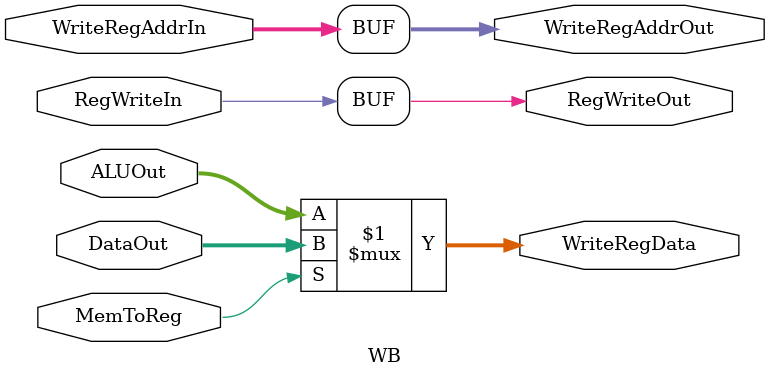
<source format=v>
module WB (
  DataOut, ALUOut, MemToReg, WriteRegAddrIn, RegWriteIn,
  RegWriteOut, WriteRegAddrOut, WriteRegData
);

  input [31:0] DataOut, ALUOut;
  input MemToReg, RegWriteIn;
  input [4:0] WriteRegAddrIn;
  output RegWriteOut;
  output [4:0] WriteRegAddrOut;
  output [31:0] WriteRegData;

  assign WriteRegData = MemToReg ? DataOut : ALUOut;
  assign WriteRegAddrOut = WriteRegAddrIn;
  assign RegWriteOut = RegWriteIn;
endmodule
</source>
